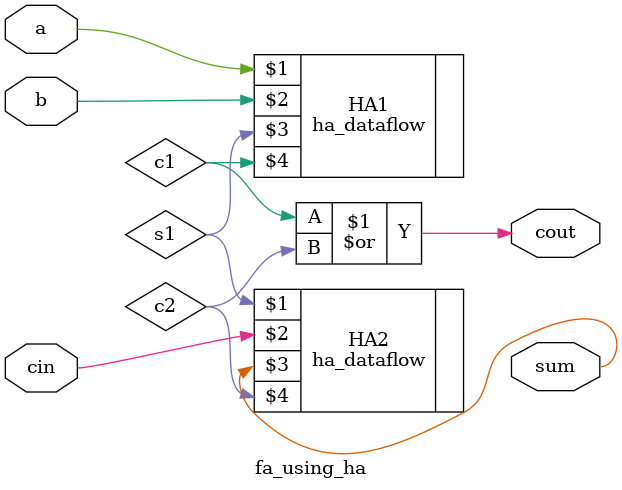
<source format=v>
module fa_using_ha(a, b, cin, sum, cout);
    input a, b, cin;
    output sum, cout;
    wire s1, c1, c2;
    ha_dataflow HA1(a, b, s1, c1);
    ha_dataflow HA2(s1, cin, sum, c2);
    or(cout, c1, c2);
endmodule

</source>
